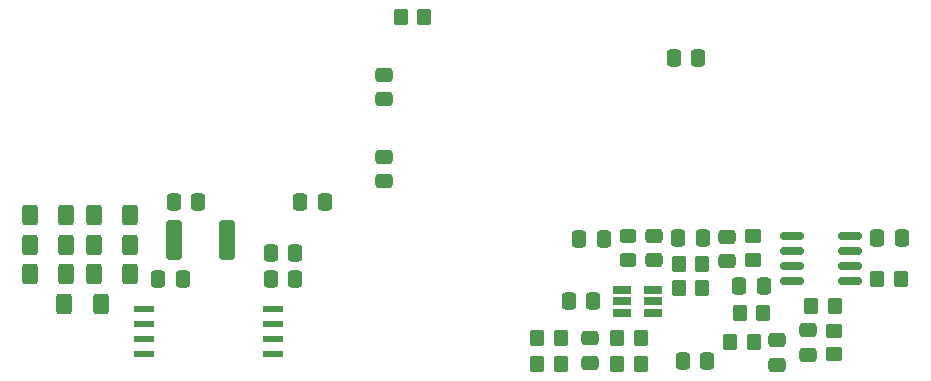
<source format=gtp>
G04 #@! TF.GenerationSoftware,KiCad,Pcbnew,(6.0.0-0)*
G04 #@! TF.CreationDate,2022-02-23T00:42:31+01:00*
G04 #@! TF.ProjectId,AC Power Supply,41432050-6f77-4657-9220-537570706c79,rev?*
G04 #@! TF.SameCoordinates,Original*
G04 #@! TF.FileFunction,Paste,Top*
G04 #@! TF.FilePolarity,Positive*
%FSLAX46Y46*%
G04 Gerber Fmt 4.6, Leading zero omitted, Abs format (unit mm)*
G04 Created by KiCad (PCBNEW (6.0.0-0)) date 2022-02-23 00:42:31*
%MOMM*%
%LPD*%
G01*
G04 APERTURE LIST*
G04 Aperture macros list*
%AMRoundRect*
0 Rectangle with rounded corners*
0 $1 Rounding radius*
0 $2 $3 $4 $5 $6 $7 $8 $9 X,Y pos of 4 corners*
0 Add a 4 corners polygon primitive as box body*
4,1,4,$2,$3,$4,$5,$6,$7,$8,$9,$2,$3,0*
0 Add four circle primitives for the rounded corners*
1,1,$1+$1,$2,$3*
1,1,$1+$1,$4,$5*
1,1,$1+$1,$6,$7*
1,1,$1+$1,$8,$9*
0 Add four rect primitives between the rounded corners*
20,1,$1+$1,$2,$3,$4,$5,0*
20,1,$1+$1,$4,$5,$6,$7,0*
20,1,$1+$1,$6,$7,$8,$9,0*
20,1,$1+$1,$8,$9,$2,$3,0*%
G04 Aperture macros list end*
%ADD10RoundRect,0.250000X0.450000X-0.350000X0.450000X0.350000X-0.450000X0.350000X-0.450000X-0.350000X0*%
%ADD11RoundRect,0.250000X-0.450000X0.350000X-0.450000X-0.350000X0.450000X-0.350000X0.450000X0.350000X0*%
%ADD12RoundRect,0.250000X-0.400000X-0.625000X0.400000X-0.625000X0.400000X0.625000X-0.400000X0.625000X0*%
%ADD13RoundRect,0.250000X-0.475000X0.337500X-0.475000X-0.337500X0.475000X-0.337500X0.475000X0.337500X0*%
%ADD14RoundRect,0.250000X0.475000X-0.337500X0.475000X0.337500X-0.475000X0.337500X-0.475000X-0.337500X0*%
%ADD15RoundRect,0.250000X-0.350000X-0.450000X0.350000X-0.450000X0.350000X0.450000X-0.350000X0.450000X0*%
%ADD16RoundRect,0.250000X0.350000X0.450000X-0.350000X0.450000X-0.350000X-0.450000X0.350000X-0.450000X0*%
%ADD17RoundRect,0.250000X-0.400000X-1.450000X0.400000X-1.450000X0.400000X1.450000X-0.400000X1.450000X0*%
%ADD18RoundRect,0.250000X-0.337500X-0.475000X0.337500X-0.475000X0.337500X0.475000X-0.337500X0.475000X0*%
%ADD19RoundRect,0.250000X0.400000X0.625000X-0.400000X0.625000X-0.400000X-0.625000X0.400000X-0.625000X0*%
%ADD20RoundRect,0.250000X0.450000X-0.325000X0.450000X0.325000X-0.450000X0.325000X-0.450000X-0.325000X0*%
%ADD21R,1.799999X0.599999*%
%ADD22RoundRect,0.150000X-0.825000X-0.150000X0.825000X-0.150000X0.825000X0.150000X-0.825000X0.150000X0*%
%ADD23RoundRect,0.250000X0.337500X0.475000X-0.337500X0.475000X-0.337500X-0.475000X0.337500X-0.475000X0*%
%ADD24R,1.560000X0.650000*%
G04 APERTURE END LIST*
D10*
X114550000Y-69800000D03*
X114550000Y-67800000D03*
D11*
X121400000Y-75800000D03*
X121400000Y-77800000D03*
D12*
X58750000Y-68500000D03*
X61850000Y-68500000D03*
D13*
X83375000Y-61062500D03*
X83375000Y-63137500D03*
D14*
X112400000Y-69887500D03*
X112400000Y-67812500D03*
D15*
X103075000Y-76375000D03*
X105075000Y-76375000D03*
D16*
X114625000Y-76750000D03*
X112625000Y-76750000D03*
D17*
X65575000Y-68100000D03*
X70025000Y-68100000D03*
D16*
X110300000Y-72200000D03*
X108300000Y-72200000D03*
X110300000Y-70100000D03*
X108300000Y-70100000D03*
D18*
X64212500Y-71400000D03*
X66287500Y-71400000D03*
D12*
X53350000Y-66000000D03*
X56450000Y-66000000D03*
D13*
X100775000Y-76437500D03*
X100775000Y-78512500D03*
D15*
X103075000Y-78575000D03*
X105075000Y-78575000D03*
D18*
X125112500Y-67950000D03*
X127187500Y-67950000D03*
D14*
X106200000Y-69837500D03*
X106200000Y-67762500D03*
D12*
X53350000Y-71000000D03*
X56450000Y-71000000D03*
D19*
X61850000Y-66000000D03*
X58750000Y-66000000D03*
D18*
X76262500Y-64900000D03*
X78337500Y-64900000D03*
D16*
X127075000Y-71400000D03*
X125075000Y-71400000D03*
D20*
X104000000Y-69825000D03*
X104000000Y-67775000D03*
D15*
X84750000Y-49250000D03*
X86750000Y-49250000D03*
D21*
X63034557Y-73990000D03*
X63034557Y-75260000D03*
X63034557Y-76530000D03*
X63034557Y-77800000D03*
X73934555Y-77800000D03*
X73934555Y-76530000D03*
X73934555Y-75260000D03*
X73934555Y-73990000D03*
D19*
X56450000Y-68500000D03*
X53350000Y-68500000D03*
D18*
X108637500Y-78375000D03*
X110712500Y-78375000D03*
D22*
X117875000Y-67745000D03*
X117875000Y-69015000D03*
X117875000Y-70285000D03*
X117875000Y-71555000D03*
X122825000Y-71555000D03*
X122825000Y-70285000D03*
X122825000Y-69015000D03*
X122825000Y-67745000D03*
D15*
X96325000Y-76375000D03*
X98325000Y-76375000D03*
D23*
X101937500Y-68000000D03*
X99862500Y-68000000D03*
D18*
X65522500Y-64900000D03*
X67597500Y-64900000D03*
D13*
X119250000Y-75762500D03*
X119250000Y-77837500D03*
D18*
X98962500Y-73300000D03*
X101037500Y-73300000D03*
D23*
X115487500Y-72000000D03*
X113412500Y-72000000D03*
D16*
X115450000Y-74250000D03*
X113450000Y-74250000D03*
D18*
X107862500Y-52700000D03*
X109937500Y-52700000D03*
X108262500Y-67900000D03*
X110337500Y-67900000D03*
D24*
X106150000Y-74250000D03*
X106150000Y-73300000D03*
X106150000Y-72350000D03*
X103450000Y-72350000D03*
X103450000Y-73300000D03*
X103450000Y-74250000D03*
D23*
X75837500Y-71434556D03*
X73762500Y-71434556D03*
D19*
X61850000Y-71000000D03*
X58750000Y-71000000D03*
D15*
X119500000Y-73700000D03*
X121500000Y-73700000D03*
D23*
X75837500Y-69200000D03*
X73762500Y-69200000D03*
D14*
X83375000Y-56187500D03*
X83375000Y-54112500D03*
D15*
X96325000Y-78575000D03*
X98325000Y-78575000D03*
D12*
X56250000Y-73500000D03*
X59350000Y-73500000D03*
D13*
X116650000Y-76612500D03*
X116650000Y-78687500D03*
M02*

</source>
